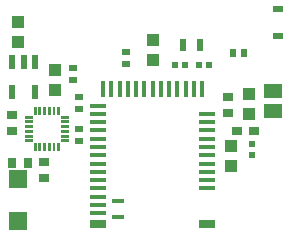
<source format=gbr>
G04 EAGLE Gerber RS-274X export*
G75*
%MOMM*%
%FSLAX34Y34*%
%LPD*%
%INSolderpaste Top*%
%IPPOS*%
%AMOC8*
5,1,8,0,0,1.08239X$1,22.5*%
G01*
%ADD10R,1.000000X1.100000*%
%ADD11R,0.590000X0.630000*%
%ADD12R,0.900000X0.700000*%
%ADD13R,0.700000X0.900000*%
%ADD14R,0.850000X0.800000*%
%ADD15R,0.600000X0.540000*%
%ADD16R,1.500000X1.500000*%
%ADD17R,1.400000X0.800000*%
%ADD18R,1.400000X0.400000*%
%ADD19R,0.400000X1.400000*%
%ADD20R,1.000000X0.400000*%
%ADD21C,0.055000*%
%ADD22R,0.550000X1.200000*%
%ADD23R,1.500000X1.300000*%
%ADD24R,0.600000X1.100000*%
%ADD25R,0.830000X0.630000*%
%ADD26R,0.700000X0.600000*%
%ADD27R,0.600000X0.700000*%


D10*
X284480Y174380D03*
X284480Y191380D03*
D11*
X323460Y169672D03*
X331860Y169672D03*
X311540Y169672D03*
X303140Y169672D03*
D12*
X165608Y114404D03*
X165608Y127404D03*
X192532Y74780D03*
X192532Y87780D03*
D13*
X165712Y87376D03*
X178712Y87376D03*
D10*
X365760Y145660D03*
X365760Y128660D03*
D14*
X370220Y114300D03*
X356220Y114300D03*
D15*
X368300Y102872D03*
X368300Y94232D03*
D16*
X170180Y38380D03*
X170180Y73380D03*
D17*
X330480Y35660D03*
D18*
X330480Y65660D03*
X330480Y72660D03*
X330480Y79660D03*
X330480Y86660D03*
X330480Y93660D03*
X330480Y100660D03*
X330480Y107660D03*
X330480Y114660D03*
X330480Y121660D03*
X330480Y128660D03*
D19*
X326480Y149660D03*
X319480Y149660D03*
X312480Y149660D03*
X305480Y149660D03*
X298480Y149660D03*
X291480Y149660D03*
X284480Y149660D03*
X277480Y149660D03*
X270480Y149660D03*
X263480Y149660D03*
X256480Y149660D03*
X249480Y149660D03*
X242480Y149660D03*
D18*
X238480Y128660D03*
X238480Y121660D03*
X238480Y114660D03*
X238480Y107660D03*
X238480Y100660D03*
X238480Y93660D03*
X238480Y86660D03*
X238480Y79660D03*
X238480Y72660D03*
X238480Y65660D03*
X238480Y58660D03*
X238480Y51660D03*
X238480Y44660D03*
D17*
X238480Y35660D03*
D20*
X255480Y41160D03*
X255480Y55160D03*
D18*
X238480Y135660D03*
D21*
X203739Y134707D02*
X203739Y128857D01*
X203739Y134707D02*
X205389Y134707D01*
X205389Y128857D01*
X203739Y128857D01*
X203739Y129379D02*
X205389Y129379D01*
X205389Y129901D02*
X203739Y129901D01*
X203739Y130423D02*
X205389Y130423D01*
X205389Y130945D02*
X203739Y130945D01*
X203739Y131467D02*
X205389Y131467D01*
X205389Y131989D02*
X203739Y131989D01*
X203739Y132511D02*
X205389Y132511D01*
X205389Y133033D02*
X203739Y133033D01*
X203739Y133555D02*
X205389Y133555D01*
X205389Y134077D02*
X203739Y134077D01*
X203739Y134599D02*
X205389Y134599D01*
X199739Y134707D02*
X199739Y128857D01*
X199739Y134707D02*
X201389Y134707D01*
X201389Y128857D01*
X199739Y128857D01*
X199739Y129379D02*
X201389Y129379D01*
X201389Y129901D02*
X199739Y129901D01*
X199739Y130423D02*
X201389Y130423D01*
X201389Y130945D02*
X199739Y130945D01*
X199739Y131467D02*
X201389Y131467D01*
X201389Y131989D02*
X199739Y131989D01*
X199739Y132511D02*
X201389Y132511D01*
X201389Y133033D02*
X199739Y133033D01*
X199739Y133555D02*
X201389Y133555D01*
X201389Y134077D02*
X199739Y134077D01*
X199739Y134599D02*
X201389Y134599D01*
X195739Y134707D02*
X195739Y128857D01*
X195739Y134707D02*
X197389Y134707D01*
X197389Y128857D01*
X195739Y128857D01*
X195739Y129379D02*
X197389Y129379D01*
X197389Y129901D02*
X195739Y129901D01*
X195739Y130423D02*
X197389Y130423D01*
X197389Y130945D02*
X195739Y130945D01*
X195739Y131467D02*
X197389Y131467D01*
X197389Y131989D02*
X195739Y131989D01*
X195739Y132511D02*
X197389Y132511D01*
X197389Y133033D02*
X195739Y133033D01*
X195739Y133555D02*
X197389Y133555D01*
X197389Y134077D02*
X195739Y134077D01*
X195739Y134599D02*
X197389Y134599D01*
X191739Y134707D02*
X191739Y128857D01*
X191739Y134707D02*
X193389Y134707D01*
X193389Y128857D01*
X191739Y128857D01*
X191739Y129379D02*
X193389Y129379D01*
X193389Y129901D02*
X191739Y129901D01*
X191739Y130423D02*
X193389Y130423D01*
X193389Y130945D02*
X191739Y130945D01*
X191739Y131467D02*
X193389Y131467D01*
X193389Y131989D02*
X191739Y131989D01*
X191739Y132511D02*
X193389Y132511D01*
X193389Y133033D02*
X191739Y133033D01*
X191739Y133555D02*
X193389Y133555D01*
X193389Y134077D02*
X191739Y134077D01*
X191739Y134599D02*
X193389Y134599D01*
X187739Y134707D02*
X187739Y128857D01*
X187739Y134707D02*
X189389Y134707D01*
X189389Y128857D01*
X187739Y128857D01*
X187739Y129379D02*
X189389Y129379D01*
X189389Y129901D02*
X187739Y129901D01*
X187739Y130423D02*
X189389Y130423D01*
X189389Y130945D02*
X187739Y130945D01*
X187739Y131467D02*
X189389Y131467D01*
X189389Y131989D02*
X187739Y131989D01*
X187739Y132511D02*
X189389Y132511D01*
X189389Y133033D02*
X187739Y133033D01*
X187739Y133555D02*
X189389Y133555D01*
X189389Y134077D02*
X187739Y134077D01*
X187739Y134599D02*
X189389Y134599D01*
X183739Y134707D02*
X183739Y128857D01*
X183739Y134707D02*
X185389Y134707D01*
X185389Y128857D01*
X183739Y128857D01*
X183739Y129379D02*
X185389Y129379D01*
X185389Y129901D02*
X183739Y129901D01*
X183739Y130423D02*
X185389Y130423D01*
X185389Y130945D02*
X183739Y130945D01*
X183739Y131467D02*
X185389Y131467D01*
X185389Y131989D02*
X183739Y131989D01*
X183739Y132511D02*
X185389Y132511D01*
X185389Y133033D02*
X183739Y133033D01*
X183739Y133555D02*
X185389Y133555D01*
X185389Y134077D02*
X183739Y134077D01*
X183739Y134599D02*
X185389Y134599D01*
X182039Y125507D02*
X176189Y125507D01*
X176189Y127157D01*
X182039Y127157D01*
X182039Y125507D01*
X182039Y126029D02*
X176189Y126029D01*
X176189Y126551D02*
X182039Y126551D01*
X182039Y127073D02*
X176189Y127073D01*
X176189Y121507D02*
X182039Y121507D01*
X176189Y121507D02*
X176189Y123157D01*
X182039Y123157D01*
X182039Y121507D01*
X182039Y122029D02*
X176189Y122029D01*
X176189Y122551D02*
X182039Y122551D01*
X182039Y123073D02*
X176189Y123073D01*
X176189Y117507D02*
X182039Y117507D01*
X176189Y117507D02*
X176189Y119157D01*
X182039Y119157D01*
X182039Y117507D01*
X182039Y118029D02*
X176189Y118029D01*
X176189Y118551D02*
X182039Y118551D01*
X182039Y119073D02*
X176189Y119073D01*
X176189Y113507D02*
X182039Y113507D01*
X176189Y113507D02*
X176189Y115157D01*
X182039Y115157D01*
X182039Y113507D01*
X182039Y114029D02*
X176189Y114029D01*
X176189Y114551D02*
X182039Y114551D01*
X182039Y115073D02*
X176189Y115073D01*
X176189Y109507D02*
X182039Y109507D01*
X176189Y109507D02*
X176189Y111157D01*
X182039Y111157D01*
X182039Y109507D01*
X182039Y110029D02*
X176189Y110029D01*
X176189Y110551D02*
X182039Y110551D01*
X182039Y111073D02*
X176189Y111073D01*
X176189Y105507D02*
X182039Y105507D01*
X176189Y105507D02*
X176189Y107157D01*
X182039Y107157D01*
X182039Y105507D01*
X182039Y106029D02*
X176189Y106029D01*
X176189Y106551D02*
X182039Y106551D01*
X182039Y107073D02*
X176189Y107073D01*
X185389Y103807D02*
X185389Y97957D01*
X183739Y97957D01*
X183739Y103807D01*
X185389Y103807D01*
X185389Y98479D02*
X183739Y98479D01*
X183739Y99001D02*
X185389Y99001D01*
X185389Y99523D02*
X183739Y99523D01*
X183739Y100045D02*
X185389Y100045D01*
X185389Y100567D02*
X183739Y100567D01*
X183739Y101089D02*
X185389Y101089D01*
X185389Y101611D02*
X183739Y101611D01*
X183739Y102133D02*
X185389Y102133D01*
X185389Y102655D02*
X183739Y102655D01*
X183739Y103177D02*
X185389Y103177D01*
X185389Y103699D02*
X183739Y103699D01*
X189389Y103807D02*
X189389Y97957D01*
X187739Y97957D01*
X187739Y103807D01*
X189389Y103807D01*
X189389Y98479D02*
X187739Y98479D01*
X187739Y99001D02*
X189389Y99001D01*
X189389Y99523D02*
X187739Y99523D01*
X187739Y100045D02*
X189389Y100045D01*
X189389Y100567D02*
X187739Y100567D01*
X187739Y101089D02*
X189389Y101089D01*
X189389Y101611D02*
X187739Y101611D01*
X187739Y102133D02*
X189389Y102133D01*
X189389Y102655D02*
X187739Y102655D01*
X187739Y103177D02*
X189389Y103177D01*
X189389Y103699D02*
X187739Y103699D01*
X193389Y103807D02*
X193389Y97957D01*
X191739Y97957D01*
X191739Y103807D01*
X193389Y103807D01*
X193389Y98479D02*
X191739Y98479D01*
X191739Y99001D02*
X193389Y99001D01*
X193389Y99523D02*
X191739Y99523D01*
X191739Y100045D02*
X193389Y100045D01*
X193389Y100567D02*
X191739Y100567D01*
X191739Y101089D02*
X193389Y101089D01*
X193389Y101611D02*
X191739Y101611D01*
X191739Y102133D02*
X193389Y102133D01*
X193389Y102655D02*
X191739Y102655D01*
X191739Y103177D02*
X193389Y103177D01*
X193389Y103699D02*
X191739Y103699D01*
X197389Y103807D02*
X197389Y97957D01*
X195739Y97957D01*
X195739Y103807D01*
X197389Y103807D01*
X197389Y98479D02*
X195739Y98479D01*
X195739Y99001D02*
X197389Y99001D01*
X197389Y99523D02*
X195739Y99523D01*
X195739Y100045D02*
X197389Y100045D01*
X197389Y100567D02*
X195739Y100567D01*
X195739Y101089D02*
X197389Y101089D01*
X197389Y101611D02*
X195739Y101611D01*
X195739Y102133D02*
X197389Y102133D01*
X197389Y102655D02*
X195739Y102655D01*
X195739Y103177D02*
X197389Y103177D01*
X197389Y103699D02*
X195739Y103699D01*
X201389Y103807D02*
X201389Y97957D01*
X199739Y97957D01*
X199739Y103807D01*
X201389Y103807D01*
X201389Y98479D02*
X199739Y98479D01*
X199739Y99001D02*
X201389Y99001D01*
X201389Y99523D02*
X199739Y99523D01*
X199739Y100045D02*
X201389Y100045D01*
X201389Y100567D02*
X199739Y100567D01*
X199739Y101089D02*
X201389Y101089D01*
X201389Y101611D02*
X199739Y101611D01*
X199739Y102133D02*
X201389Y102133D01*
X201389Y102655D02*
X199739Y102655D01*
X199739Y103177D02*
X201389Y103177D01*
X201389Y103699D02*
X199739Y103699D01*
X205389Y103807D02*
X205389Y97957D01*
X203739Y97957D01*
X203739Y103807D01*
X205389Y103807D01*
X205389Y98479D02*
X203739Y98479D01*
X203739Y99001D02*
X205389Y99001D01*
X205389Y99523D02*
X203739Y99523D01*
X203739Y100045D02*
X205389Y100045D01*
X205389Y100567D02*
X203739Y100567D01*
X203739Y101089D02*
X205389Y101089D01*
X205389Y101611D02*
X203739Y101611D01*
X203739Y102133D02*
X205389Y102133D01*
X205389Y102655D02*
X203739Y102655D01*
X203739Y103177D02*
X205389Y103177D01*
X205389Y103699D02*
X203739Y103699D01*
X207089Y107157D02*
X212939Y107157D01*
X212939Y105507D01*
X207089Y105507D01*
X207089Y107157D01*
X207089Y106029D02*
X212939Y106029D01*
X212939Y106551D02*
X207089Y106551D01*
X207089Y107073D02*
X212939Y107073D01*
X212939Y111157D02*
X207089Y111157D01*
X212939Y111157D02*
X212939Y109507D01*
X207089Y109507D01*
X207089Y111157D01*
X207089Y110029D02*
X212939Y110029D01*
X212939Y110551D02*
X207089Y110551D01*
X207089Y111073D02*
X212939Y111073D01*
X212939Y115157D02*
X207089Y115157D01*
X212939Y115157D02*
X212939Y113507D01*
X207089Y113507D01*
X207089Y115157D01*
X207089Y114029D02*
X212939Y114029D01*
X212939Y114551D02*
X207089Y114551D01*
X207089Y115073D02*
X212939Y115073D01*
X212939Y119157D02*
X207089Y119157D01*
X212939Y119157D02*
X212939Y117507D01*
X207089Y117507D01*
X207089Y119157D01*
X207089Y118029D02*
X212939Y118029D01*
X212939Y118551D02*
X207089Y118551D01*
X207089Y119073D02*
X212939Y119073D01*
X212939Y123157D02*
X207089Y123157D01*
X212939Y123157D02*
X212939Y121507D01*
X207089Y121507D01*
X207089Y123157D01*
X207089Y122029D02*
X212939Y122029D01*
X212939Y122551D02*
X207089Y122551D01*
X207089Y123073D02*
X212939Y123073D01*
X212939Y127157D02*
X207089Y127157D01*
X212939Y127157D02*
X212939Y125507D01*
X207089Y125507D01*
X207089Y127157D01*
X207089Y126029D02*
X212939Y126029D01*
X212939Y126551D02*
X207089Y126551D01*
X207089Y127073D02*
X212939Y127073D01*
D22*
X184760Y173021D03*
X175260Y173021D03*
X165760Y173021D03*
X165760Y147019D03*
X184760Y147019D03*
D10*
X170180Y206620D03*
X170180Y189620D03*
X201676Y165980D03*
X201676Y148980D03*
D23*
X386080Y148200D03*
X386080Y131200D03*
D24*
X310500Y186944D03*
X324500Y186944D03*
D25*
X390652Y217240D03*
X390652Y194240D03*
D12*
X348488Y129644D03*
X348488Y142644D03*
D26*
X262128Y181276D03*
X262128Y171276D03*
D27*
X362124Y180340D03*
X352124Y180340D03*
D26*
X217424Y167560D03*
X217424Y157560D03*
D10*
X351028Y84464D03*
X351028Y101464D03*
D26*
X222504Y115744D03*
X222504Y105744D03*
X221996Y133176D03*
X221996Y143176D03*
M02*

</source>
